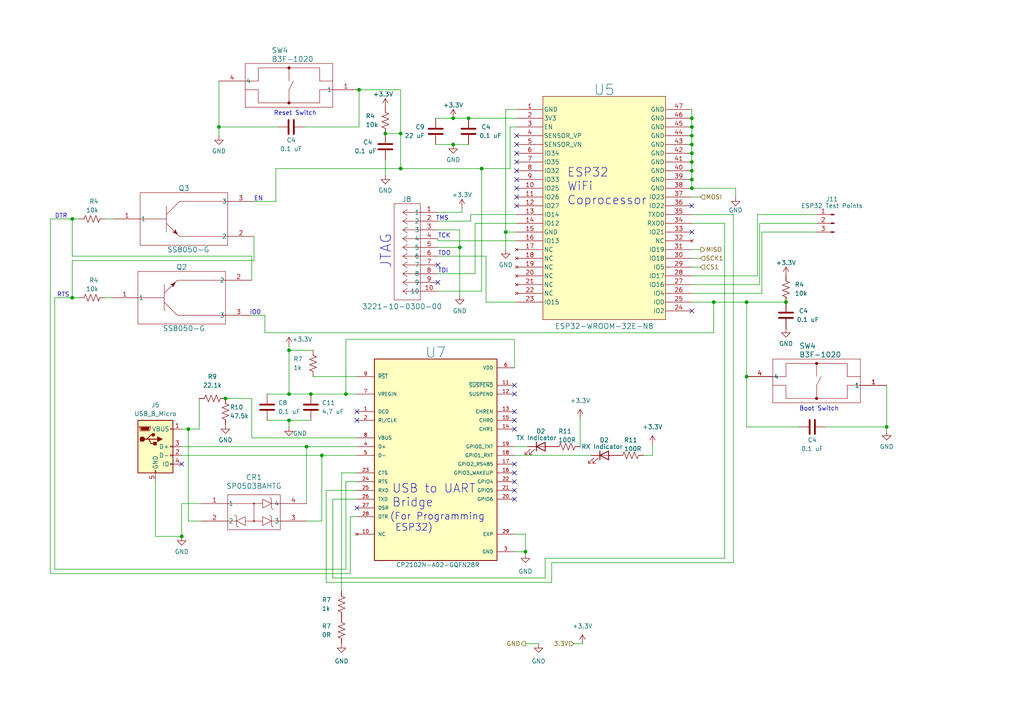
<source format=kicad_sch>
(kicad_sch (version 20230121) (generator eeschema)
  (paper "A4")
  (title_block (title "Smart Pot") (date "2023-10-29") (rev "0.1") (company "blame- satomm@stanford.edu") (comment 1 "Stanford, CA 94305-9505") (comment 2 "350 Jane Stanford Way") (comment 3 "Electrical Engineering Department") (comment 4 "EE 256 / Stanford University"))
  (lib_symbols
    (symbol "Connector:Conn_01x03_Pin" (pin_names (offset 1.016) hide)
      (property "Reference" "J" (at 0 5.08 0))
      (property "Value" "Conn_01x03_Pin" (at 0 -5.08 0))
      (symbol "Conn_01x03_Pin_1_1"
        (pin passive line (at 5.08 2.54 180) (length 3.81) (name "Pin_1") (number "1"))
        (pin passive line (at 5.08 0 180) (length 3.81) (name "Pin_2") (number "2"))
        (pin passive line (at 5.08 -2.54 180) (length 3.81) (name "Pin_3") (number "3"))
      )
    )
    (symbol "Connector:USB_B_Micro" (pin_names (offset 1.016))
      (property "Reference" "J5" (at 0 12.065 0))
      (property "Value" "USB_B_Micro" (at 0 9.525 0))
      (symbol "USB_B_Micro_1_1"
        (pin power_out line (at 7.62 5.08 180) (length 2.54) (name "VBUS") (number "1"))
        (pin bidirectional line (at 7.62 -2.54 180) (length 2.54) (name "D-") (number "2"))
        (pin bidirectional line (at 7.62 0 180) (length 2.54) (name "D+") (number "3"))
        (pin passive line (at 7.62 -5.08 180) (length 2.54) (name "ID") (number "4"))
        (pin passive line (at 0 -10.16 90) (length 2.54) (name "GND") (number "5"))
      )
    )
    (symbol "Device:C" (pin_numbers hide) (pin_names (offset 0.254))
      (property "Reference" "C" (at 0.635 2.54 0))
      (property "Value" "C" (at 0.635 -2.54 0))
      (symbol "C_1_1"
        (pin passive line (at 0 3.81 270) (length 2.794) (name "~") (number "1"))
        (pin passive line (at 0 -3.81 90) (length 2.794) (name "~") (number "2"))
      )
    )
    (symbol "Device:LED" (pin_numbers hide) (pin_names (offset 1.016) hide)
      (property "Reference" "D" (at 0 2.54 0))
      (property "Value" "LED" (at 0 -2.54 0))
      (symbol "LED_1_1"
        (pin passive line (at -3.81 0 0) (length 2.54) (name "K") (number "1"))
        (pin passive line (at 3.81 0 180) (length 2.54) (name "A") (number "2"))
      )
    )
    (symbol "Device:R_US" (pin_numbers hide) (pin_names (offset 0))
      (property "Reference" "R" (at 2.54 0 90))
      (property "Value" "R_US" (at -2.54 0 90))
      (symbol "R_US_1_1"
        (pin passive line (at 0 3.81 270) (length 1.27) (name "~") (number "1"))
        (pin passive line (at 0 -3.81 90) (length 1.27) (name "~") (number "2"))
      )
    )
    (symbol "Matts_Library:3221-10-0300-00" (pin_names (offset 0.254))
      (property "Reference" "J8" (at 13.97 -24.765 0))
      (property "Value" "3221-10-0300-00" (at -5.715 -27.305 0))
      (symbol "3221-10-0300-00_1_1"
        (pin passive line (at 0 0 0) (length 5.08) (name "1") (number "1"))
        (pin passive line (at 0 -22.86 0) (length 5.08) (name "10") (number "10"))
        (pin passive line (at 0 -2.54 0) (length 5.08) (name "2") (number "2"))
        (pin passive line (at 0 -5.08 0) (length 5.08) (name "3") (number "3"))
        (pin passive line (at 0 -7.62 0) (length 5.08) (name "4") (number "4"))
        (pin passive line (at 0 -10.16 0) (length 5.08) (name "5") (number "5"))
        (pin passive line (at 0 -12.7 0) (length 5.08) (name "6") (number "6"))
        (pin passive line (at 0 -15.24 0) (length 5.08) (name "7") (number "7"))
        (pin passive line (at 0 -17.78 0) (length 5.08) (name "8") (number "8"))
        (pin passive line (at 0 -20.32 0) (length 5.08) (name "9") (number "9"))
      )
      (symbol "3221-10-0300-00_1_2"
        (pin unspecified line (at 0 0 0) (length 5.08) (name "1") (number "1"))
        (pin unspecified line (at 0 -22.86 0) (length 5.08) (name "10") (number "10"))
        (pin unspecified line (at 0 -2.54 0) (length 5.08) (name "2") (number "2"))
        (pin unspecified line (at 0 -5.08 0) (length 5.08) (name "3") (number "3"))
        (pin unspecified line (at 0 -7.62 0) (length 5.08) (name "4") (number "4"))
        (pin unspecified line (at 0 -10.16 0) (length 5.08) (name "5") (number "5"))
        (pin unspecified line (at 0 -12.7 0) (length 5.08) (name "6") (number "6"))
        (pin unspecified line (at 0 -15.24 0) (length 5.08) (name "7") (number "7"))
        (pin unspecified line (at 0 -17.78 0) (length 5.08) (name "8") (number "8"))
        (pin unspecified line (at 0 -20.32 0) (length 5.08) (name "9") (number "9"))
      )
    )
    (symbol "Matts_Library:B3F-1020" (pin_names (offset 0.254))
      (property "Reference" "SW" (at 20.32 10.16 0))
      (property "Value" "B3F-1020" (at 20.32 7.62 0))
      (symbol "B3F-1020_1_1"
        (pin passive line (at 0 0 0) (length 7.62) (name "1") (number "1"))
        (pin passive line (at 40.64 -2.54 180) (length 7.62) (name "4") (number "4"))
      )
    )
    (symbol "Matts_Library:CP2102N-A02-GQFN28R" (pin_names (offset 1.016))
      (property "Reference" "U" (at -17.78 28.702 0))
      (property "Value" "CP2102N-A02-GQFN28R" (at -17.78 -33.02 0))
      (symbol "CP2102N-A02-GQFN28R_0_0"
        (pin input line (at -22.86 12.7 0) (length 5.08) (name "DCD") (number "1"))
        (pin no_connect line (at -22.86 -22.86 0) (length 5.08) (name "NC") (number "10"))
        (pin output line (at 22.86 20.32 180) (length 5.08) (name "~{SUSPEND}") (number "11"))
        (pin output line (at 22.86 17.78 180) (length 5.08) (name "SUSPEND") (number "12"))
        (pin output line (at 22.86 12.7 180) (length 5.08) (name "CHREN") (number "13"))
        (pin output line (at 22.86 7.62 180) (length 5.08) (name "CHR1") (number "14"))
        (pin output line (at 22.86 10.16 180) (length 5.08) (name "CHR0") (number "15"))
        (pin bidirectional line (at 22.86 -5.08 180) (length 5.08) (name "GPIO3_WAKEUP") (number "16"))
        (pin bidirectional line (at 22.86 -2.54 180) (length 5.08) (name "GPIO2_RS485") (number "17"))
        (pin bidirectional line (at 22.86 0 180) (length 5.08) (name "GPIO1_RXT") (number "18"))
        (pin bidirectional line (at 22.86 2.54 180) (length 5.08) (name "GPIO0_TXT") (number "19"))
        (pin bidirectional line (at -22.86 10.16 0) (length 5.08) (name "RI/CLK") (number "2"))
        (pin bidirectional line (at 22.86 -12.7 180) (length 5.08) (name "GPIO6") (number "20"))
        (pin bidirectional line (at 22.86 -10.16 180) (length 5.08) (name "GPIO5") (number "21"))
        (pin bidirectional line (at 22.86 -7.62 180) (length 5.08) (name "GPIO4") (number "22"))
        (pin input line (at -22.86 -5.08 0) (length 5.08) (name "CTS") (number "23"))
        (pin output line (at -22.86 -7.62 0) (length 5.08) (name "RTS") (number "24"))
        (pin input line (at -22.86 -10.16 0) (length 5.08) (name "RXD") (number "25"))
        (pin output line (at -22.86 -12.7 0) (length 5.08) (name "TXD") (number "26"))
        (pin input line (at -22.86 -15.24 0) (length 5.08) (name "DSR") (number "27"))
        (pin output line (at -22.86 -17.78 0) (length 5.08) (name "DTR") (number "28"))
        (pin power_in line (at 22.86 -22.86 180) (length 5.08) (name "EXP") (number "29"))
        (pin power_in line (at 22.86 -27.94 180) (length 5.08) (name "GND") (number "3"))
        (pin bidirectional line (at -22.86 2.54 0) (length 5.08) (name "D+") (number "4"))
        (pin bidirectional line (at -22.86 0 0) (length 5.08) (name "D-") (number "5"))
        (pin power_in line (at 22.86 25.4 180) (length 5.08) (name "VDD") (number "6"))
        (pin input line (at -22.86 17.78 0) (length 5.08) (name "VREGIN") (number "7"))
        (pin input line (at -22.86 5.08 0) (length 5.08) (name "VBUS") (number "8"))
        (pin input line (at -22.86 22.86 0) (length 5.08) (name "~{RST}") (number "9"))
      )
    )
    (symbol "Matts_Library:ESP32-WROOM-32E-N8" (pin_names (offset 0.254))
      (property "Reference" "U2" (at 25.4 8.89 0))
      (property "Value" "ESP32-WROOM-32E-N8" (at 25.4 6.35 0))
      (symbol "ESP32-WROOM-32E-N8_0_1"
        (pin bidirectional line (at 0 -22.86 0) (length 7.62) (name "IO25") (number "10"))
        (pin bidirectional line (at 0 -25.4 0) (length 7.62) (name "IO26") (number "11"))
        (pin bidirectional line (at 0 -27.94 0) (length 7.62) (name "IO27") (number "12"))
        (pin bidirectional line (at 0 -30.48 0) (length 7.62) (name "IO14") (number "13"))
        (pin bidirectional line (at 0 -33.02 0) (length 7.62) (name "IO12") (number "14"))
        (pin bidirectional line (at 0 -38.1 0) (length 7.62) (name "IO13") (number "16"))
        (pin no_connect line (at 0 -40.64 0) (length 7.62) (name "NC") (number "17"))
        (pin no_connect line (at 0 -43.18 0) (length 7.62) (name "NC") (number "18"))
        (pin no_connect line (at 0 -45.72 0) (length 7.62) (name "NC") (number "19"))
        (pin no_connect line (at 0 -48.26 0) (length 7.62) (name "NC") (number "20"))
        (pin no_connect line (at 0 -50.8 0) (length 7.62) (name "NC") (number "21"))
        (pin no_connect line (at 0 -53.34 0) (length 7.62) (name "NC") (number "22"))
        (pin bidirectional line (at 0 -55.88 0) (length 7.62) (name "IO15") (number "23"))
        (pin bidirectional line (at 50.8 -58.42 180) (length 7.62) (name "IO2") (number "24"))
        (pin bidirectional line (at 50.8 -55.88 180) (length 7.62) (name "IO0") (number "25"))
        (pin bidirectional line (at 50.8 -53.34 180) (length 7.62) (name "IO4") (number "26"))
        (pin bidirectional line (at 50.8 -50.8 180) (length 7.62) (name "IO16") (number "27"))
        (pin bidirectional line (at 50.8 -48.26 180) (length 7.62) (name "IO17") (number "28"))
        (pin bidirectional line (at 50.8 -45.72 180) (length 7.62) (name "IO5") (number "29"))
        (pin input line (at 0 -5.08 0) (length 7.62) (name "EN") (number "3"))
        (pin bidirectional line (at 50.8 -43.18 180) (length 7.62) (name "IO18") (number "30"))
        (pin bidirectional line (at 50.8 -40.64 180) (length 7.62) (name "IO19") (number "31"))
        (pin no_connect line (at 50.8 -38.1 180) (length 7.62) (name "NC") (number "32"))
        (pin bidirectional line (at 50.8 -35.56 180) (length 7.62) (name "IO21") (number "33"))
        (pin bidirectional line (at 50.8 -33.02 180) (length 7.62) (name "RXD0") (number "34"))
        (pin bidirectional line (at 50.8 -30.48 180) (length 7.62) (name "TXD0") (number "35"))
        (pin bidirectional line (at 50.8 -27.94 180) (length 7.62) (name "IO22") (number "36"))
        (pin bidirectional line (at 50.8 -25.4 180) (length 7.62) (name "IO23") (number "37"))
        (pin input line (at 0 -7.62 0) (length 7.62) (name "SENSOR_VP") (number "4"))
        (pin input line (at 0 -10.16 0) (length 7.62) (name "SENSOR_VN") (number "5"))
        (pin input line (at 0 -12.7 0) (length 7.62) (name "IO34") (number "6"))
        (pin input line (at 0 -15.24 0) (length 7.62) (name "IO35") (number "7"))
        (pin bidirectional line (at 0 -17.78 0) (length 7.62) (name "IO32") (number "8"))
        (pin bidirectional line (at 0 -20.32 0) (length 7.62) (name "IO33") (number "9"))
      )
      (symbol "ESP32-WROOM-32E-N8_1_1"
        (pin passive line (at 0 0 0) (length 7.62) (name "GND") (number "1"))
        (pin passive line (at 0 -35.56 0) (length 7.62) (name "GND") (number "15"))
        (pin passive line (at 0 -2.54 0) (length 7.62) (name "3V3") (number "2"))
        (pin passive line (at 50.8 -22.86 180) (length 7.62) (name "GND") (number "38"))
        (pin passive line (at 50.8 -20.32 180) (length 7.62) (name "GND") (number "39"))
        (pin passive line (at 50.8 -17.78 180) (length 7.62) (name "GND") (number "40"))
        (pin passive line (at 50.8 -15.24 180) (length 7.62) (name "GND") (number "41"))
        (pin passive line (at 50.8 -12.7 180) (length 7.62) (name "GND") (number "42"))
        (pin passive line (at 50.8 -10.16 180) (length 7.62) (name "GND") (number "43"))
        (pin passive line (at 50.8 -7.62 180) (length 7.62) (name "GND") (number "44"))
        (pin passive line (at 50.8 -5.08 180) (length 7.62) (name "GND") (number "45"))
        (pin passive line (at 50.8 -2.54 180) (length 7.62) (name "GND") (number "46"))
        (pin passive line (at 50.8 0 180) (length 7.62) (name "GND") (number "47"))
      )
    )
    (symbol "Matts_Library:SP0503BAHTG" (pin_names (offset 0.254))
      (property "Reference" "CR" (at 15.24 7.62 0))
      (property "Value" "SP0503BAHTG" (at 15.24 5.08 0))
      (symbol "SP0503BAHTG_1_1"
        (pin passive line (at 0 0 0) (length 7.62) (name "1") (number "1"))
        (pin passive line (at 0 -5.08 0) (length 7.62) (name "2") (number "2"))
        (pin passive line (at 30.48 -5.08 180) (length 7.62) (name "3") (number "3"))
        (pin passive line (at 30.48 0 180) (length 7.62) (name "4") (number "4"))
      )
    )
    (symbol "Matts_Library:SS8050-G" (pin_names (offset 0.254))
      (property "Reference" "Q2" (at 22.225 12.065 0))
      (property "Value" "SS8050-G" (at 22.225 9.525 0))
      (symbol "SS8050-G_1_1"
        (pin passive line (at 0 0 0) (length 7.62) (name "1") (number "1"))
        (pin passive line (at 40.64 -5.08 180) (length 7.62) (name "2") (number "2"))
        (pin passive line (at 40.64 5.08 180) (length 7.62) (name "3") (number "3"))
      )
    )
    (symbol "SS8050-G_1" (pin_names (offset 0.254))
      (property "Reference" "Q3" (at 20.32 12.7 0))
      (property "Value" "SS8050-G" (at 20.32 10.16 0))
      (symbol "SS8050-G_1_1_1"
        (pin passive line (at 0 0 0) (length 7.62) (name "1") (number "1"))
        (pin passive line (at 40.64 -5.08 180) (length 7.62) (name "2") (number "2"))
        (pin passive line (at 40.64 5.08 180) (length 7.62) (name "3") (number "3"))
      )
    )
    (symbol "power:+3.3V" (power) (pin_names (offset 0))
      (property "Value" "+3.3V" (at 0 3.556 0))
      (symbol "+3.3V_1_1"
        (pin power_in line (at 0 0 90) (length 0) hide (name "+3.3V") (number "1"))
      )
    )
    (symbol "power:GND" (power) (pin_names (offset 0))
      (property "Value" "GND" (at 0 -3.81 0))
      (symbol "GND_1_1"
        (pin power_in line (at 0 0 270) (length 0) hide (name "GND") (number "1"))
      )
    )
  )
  (junction (at 200.66 54.61))
  (junction (at 200.66 41.91))
  (junction (at 54.61 124.46))
  (junction (at 216.535 87.63))
  (junction (at 93.345 132.08))
  (junction (at 88.9 129.54))
  (junction (at 83.82 121.92))
  (junction (at 227.965 87.63))
  (junction (at 139.7 48.895))
  (junction (at 257.175 123.825))
  (junction (at 52.705 155.575))
  (junction (at 133.35 71.755))
  (junction (at 20.955 63.5))
  (junction (at 90.17 114.3))
  (junction (at 200.66 34.29))
  (junction (at 200.66 44.45))
  (junction (at 200.66 52.07))
  (junction (at 116.205 48.895))
  (junction (at 207.01 87.63))
  (junction (at 200.66 46.99))
  (junction (at 111.76 38.735))
  (junction (at 200.66 39.37))
  (junction (at 200.66 36.83))
  (junction (at 131.445 34.29))
  (junction (at 20.955 86.36))
  (junction (at 216.535 109.22))
  (junction (at 146.685 67.31))
  (junction (at 83.82 114.3))
  (junction (at 83.82 101.6))
  (junction (at 116.205 38.735))
  (junction (at 200.66 49.53))
  (junction (at 131.445 41.91))
  (junction (at 100.33 114.3))
  (junction (at 65.405 115.57))
  (junction (at 152.4 160.02))
  (junction (at 104.14 26.035))
  (junction (at 63.5 36.83))
  (junction (at 135.89 34.29))
  (no_connect (at 149.225 114.3))
  (no_connect (at 149.225 121.92))
  (no_connect (at 149.225 124.46))
  (no_connect (at 149.86 39.37))
  (no_connect (at 127 76.835))
  (no_connect (at 149.86 41.91))
  (no_connect (at 149.225 134.62))
  (no_connect (at 149.225 119.38))
  (no_connect (at 149.86 49.53))
  (no_connect (at 103.505 121.92))
  (no_connect (at 149.225 111.76))
  (no_connect (at 149.225 137.16))
  (no_connect (at 52.705 134.62))
  (no_connect (at 103.505 119.38))
  (no_connect (at 200.66 90.17))
  (no_connect (at 149.225 142.24))
  (no_connect (at 200.66 59.69))
  (no_connect (at 200.66 67.31))
  (no_connect (at 103.505 147.32))
  (no_connect (at 149.86 54.61))
  (no_connect (at 149.86 46.99))
  (no_connect (at 127 81.915))
  (no_connect (at 149.225 139.7))
  (no_connect (at 149.225 144.78))
  (no_connect (at 149.86 59.69))
  (no_connect (at 149.86 57.15))
  (no_connect (at 149.86 44.45))
  (no_connect (at 149.86 52.07))
  (wire (pts (xy 133.35 66.675) (xy 133.35 71.755)))
  (wire (pts (xy 257.175 123.825) (xy 239.395 123.825)))
  (wire (pts (xy 200.66 62.23) (xy 212.725 62.23)))
  (wire (pts (xy 200.66 74.93) (xy 203.2 74.93)))
  (wire (pts (xy 216.535 109.22) (xy 216.535 123.825)))
  (wire (pts (xy 189.23 132.08) (xy 189.23 128.905)))
  (wire (pts (xy 147.955 36.83) (xy 147.955 48.895)))
  (wire (pts (xy 216.535 87.63) (xy 227.965 87.63)))
  (wire (pts (xy 146.685 31.75) (xy 146.685 67.31)))
  (wire (pts (xy 220.345 82.55) (xy 200.66 82.55)))
  (wire (pts (xy 149.86 87.63) (xy 140.97 87.63)))
  (wire (pts (xy 80.645 36.83) (xy 63.5 36.83)))
  (wire (pts (xy 146.685 72.39) (xy 146.685 67.31)))
  (wire (pts (xy 257.175 123.825) (xy 257.175 125.095)))
  (wire (pts (xy 136.525 62.23) (xy 136.525 64.135)))
  (wire (pts (xy 127 71.755) (xy 133.35 71.755)))
  (wire (pts (xy 76.835 96.52) (xy 76.835 91.44)))
  (wire (pts (xy 100.33 165.1) (xy 15.875 165.1)))
  (wire (pts (xy 90.17 114.3) (xy 100.33 114.3)))
  (wire (pts (xy 104.14 26.035) (xy 116.205 26.035)))
  (wire (pts (xy 111.76 50.8) (xy 111.76 46.355)))
  (wire (pts (xy 220.98 85.09) (xy 200.66 85.09)))
  (wire (pts (xy 210.185 64.77) (xy 200.66 64.77)))
  (wire (pts (xy 101.6 166.37) (xy 14.605 166.37)))
  (wire (pts (xy 149.225 129.54) (xy 153.035 129.54)))
  (wire (pts (xy 133.985 60.325) (xy 133.985 61.595)))
  (wire (pts (xy 54.61 124.46) (xy 57.785 124.46)))
  (wire (pts (xy 186.69 132.08) (xy 189.23 132.08)))
  (wire (pts (xy 15.875 86.36) (xy 20.955 86.36)))
  (wire (pts (xy 219.71 80.01) (xy 200.66 80.01)))
  (wire (pts (xy 220.98 67.31) (xy 220.98 85.09)))
  (wire (pts (xy 236.855 67.31) (xy 220.98 67.31)))
  (wire (pts (xy 207.01 96.52) (xy 207.01 87.63)))
  (wire (pts (xy 83.82 101.6) (xy 90.805 101.6)))
  (wire (pts (xy 200.66 87.63) (xy 207.01 87.63)))
  (wire (pts (xy 200.66 31.75) (xy 200.66 34.29)))
  (wire (pts (xy 152.4 160.02) (xy 152.4 160.655)))
  (wire (pts (xy 73.025 81.28) (xy 73.025 74.295)))
  (wire (pts (xy 103.505 144.78) (xy 96.52 144.78)))
  (wire (pts (xy 200.66 52.07) (xy 200.66 54.61)))
  (wire (pts (xy 77.47 121.92) (xy 83.82 121.92)))
  (wire (pts (xy 212.725 163.195) (xy 160.02 163.195)))
  (wire (pts (xy 73.66 58.42) (xy 80.01 58.42)))
  (wire (pts (xy 127 84.455) (xy 139.7 84.455)))
  (wire (pts (xy 149.86 36.83) (xy 147.955 36.83)))
  (wire (pts (xy 73.025 127) (xy 73.025 115.57)))
  (wire (pts (xy 220.345 64.77) (xy 220.345 82.55)))
  (wire (pts (xy 200.66 49.53) (xy 200.66 52.07)))
  (wire (pts (xy 54.61 151.13) (xy 58.42 151.13)))
  (wire (pts (xy 168.275 121.285) (xy 168.275 129.54)))
  (wire (pts (xy 83.82 123.825) (xy 83.82 121.92)))
  (wire (pts (xy 52.705 146.05) (xy 58.42 146.05)))
  (wire (pts (xy 96.52 144.78) (xy 96.52 167.64)))
  (wire (pts (xy 30.48 63.5) (xy 33.02 63.5)))
  (wire (pts (xy 131.445 41.91) (xy 135.89 41.91)))
  (wire (pts (xy 54.61 124.46) (xy 52.705 124.46)))
  (wire (pts (xy 149.225 106.68) (xy 149.225 98.425)))
  (wire (pts (xy 88.9 151.13) (xy 93.345 151.13)))
  (wire (pts (xy 14.605 63.5) (xy 20.955 63.5)))
  (wire (pts (xy 103.505 127) (xy 73.025 127)))
  (wire (pts (xy 213.36 57.15) (xy 213.36 54.61)))
  (wire (pts (xy 73.66 68.58) (xy 73.66 75.565)))
  (wire (pts (xy 22.86 86.36) (xy 20.955 86.36)))
  (wire (pts (xy 137.795 79.375) (xy 127 79.375)))
  (wire (pts (xy 149.225 132.08) (xy 171.45 132.08)))
  (wire (pts (xy 127 74.295) (xy 140.97 74.295)))
  (wire (pts (xy 126.365 41.91) (xy 131.445 41.91)))
  (wire (pts (xy 15.875 165.1) (xy 15.875 86.36)))
  (wire (pts (xy 200.66 57.15) (xy 203.2 57.15)))
  (wire (pts (xy 73.025 74.295) (xy 20.955 74.295)))
  (wire (pts (xy 133.985 61.595) (xy 127 61.595)))
  (wire (pts (xy 96.52 167.64) (xy 158.115 167.64)))
  (wire (pts (xy 146.685 31.75) (xy 149.86 31.75)))
  (wire (pts (xy 111.76 38.735) (xy 116.205 38.735)))
  (wire (pts (xy 83.82 101.6) (xy 83.82 114.3)))
  (wire (pts (xy 94.615 142.24) (xy 103.505 142.24)))
  (wire (pts (xy 63.5 36.83) (xy 63.5 39.37)))
  (wire (pts (xy 101.6 149.86) (xy 101.6 166.37)))
  (wire (pts (xy 52.705 129.54) (xy 88.9 129.54)))
  (wire (pts (xy 73.025 115.57) (xy 65.405 115.57)))
  (wire (pts (xy 45.085 155.575) (xy 52.705 155.575)))
  (wire (pts (xy 76.835 91.44) (xy 73.025 91.44)))
  (wire (pts (xy 83.82 121.92) (xy 90.17 121.92)))
  (wire (pts (xy 116.205 38.735) (xy 116.205 48.895)))
  (wire (pts (xy 200.66 41.91) (xy 200.66 44.45)))
  (wire (pts (xy 104.14 36.83) (xy 88.265 36.83)))
  (wire (pts (xy 127 64.135) (xy 136.525 64.135)))
  (wire (pts (xy 216.535 123.825) (xy 231.775 123.825)))
  (wire (pts (xy 236.855 62.23) (xy 219.71 62.23)))
  (wire (pts (xy 200.66 44.45) (xy 200.66 46.99)))
  (wire (pts (xy 139.7 48.895) (xy 147.955 48.895)))
  (wire (pts (xy 83.82 114.3) (xy 90.17 114.3)))
  (wire (pts (xy 200.66 34.29) (xy 200.66 36.83)))
  (wire (pts (xy 30.48 86.36) (xy 32.385 86.36)))
  (wire (pts (xy 88.9 129.54) (xy 103.505 129.54)))
  (wire (pts (xy 152.4 186.69) (xy 156.21 186.69)))
  (wire (pts (xy 257.175 111.76) (xy 257.175 123.825)))
  (wire (pts (xy 158.115 167.64) (xy 158.115 161.925)))
  (wire (pts (xy 45.085 139.7) (xy 45.085 155.575)))
  (wire (pts (xy 212.725 62.23) (xy 212.725 163.195)))
  (wire (pts (xy 54.61 151.13) (xy 54.61 124.46)))
  (wire (pts (xy 63.5 23.495) (xy 63.5 36.83)))
  (wire (pts (xy 103.505 139.7) (xy 100.33 139.7)))
  (wire (pts (xy 100.33 114.3) (xy 103.505 114.3)))
  (wire (pts (xy 73.66 75.565) (xy 20.955 75.565)))
  (wire (pts (xy 83.82 100.33) (xy 83.82 101.6)))
  (wire (pts (xy 158.115 161.925) (xy 210.185 161.925)))
  (wire (pts (xy 200.66 72.39) (xy 203.2 72.39)))
  (wire (pts (xy 149.225 154.94) (xy 152.4 154.94)))
  (wire (pts (xy 100.33 98.425) (xy 100.33 114.3)))
  (wire (pts (xy 146.685 67.31) (xy 149.86 67.31)))
  (wire (pts (xy 20.955 74.295) (xy 20.955 63.5)))
  (wire (pts (xy 210.185 64.77) (xy 210.185 161.925)))
  (wire (pts (xy 160.02 163.195) (xy 160.02 168.91)))
  (wire (pts (xy 149.225 160.02) (xy 152.4 160.02)))
  (wire (pts (xy 207.01 87.63) (xy 216.535 87.63)))
  (wire (pts (xy 133.35 85.725) (xy 133.35 71.755)))
  (wire (pts (xy 80.01 58.42) (xy 80.01 48.895)))
  (wire (pts (xy 94.615 142.24) (xy 94.615 168.91)))
  (wire (pts (xy 52.705 146.05) (xy 52.705 155.575)))
  (wire (pts (xy 127 66.675) (xy 133.35 66.675)))
  (wire (pts (xy 22.86 63.5) (xy 20.955 63.5)))
  (wire (pts (xy 103.505 149.86) (xy 101.6 149.86)))
  (wire (pts (xy 137.795 64.77) (xy 149.86 64.77)))
  (wire (pts (xy 160.02 168.91) (xy 94.615 168.91)))
  (wire (pts (xy 216.535 87.63) (xy 216.535 109.22)))
  (wire (pts (xy 77.47 114.3) (xy 83.82 114.3)))
  (wire (pts (xy 200.66 36.83) (xy 200.66 39.37)))
  (wire (pts (xy 200.66 46.99) (xy 200.66 49.53)))
  (wire (pts (xy 131.445 34.29) (xy 126.365 34.29)))
  (wire (pts (xy 52.705 132.08) (xy 93.345 132.08)))
  (wire (pts (xy 20.955 75.565) (xy 20.955 86.36)))
  (wire (pts (xy 149.225 98.425) (xy 100.33 98.425)))
  (wire (pts (xy 76.835 96.52) (xy 207.01 96.52)))
  (wire (pts (xy 213.36 54.61) (xy 200.66 54.61)))
  (wire (pts (xy 93.345 132.08) (xy 103.505 132.08)))
  (wire (pts (xy 90.805 109.22) (xy 103.505 109.22)))
  (wire (pts (xy 139.7 84.455) (xy 139.7 48.895)))
  (wire (pts (xy 135.89 34.29) (xy 149.86 34.29)))
  (wire (pts (xy 80.01 48.895) (xy 116.205 48.895)))
  (wire (pts (xy 88.9 129.54) (xy 88.9 146.05)))
  (wire (pts (xy 99.06 137.16) (xy 99.06 171.45)))
  (wire (pts (xy 116.205 48.895) (xy 139.7 48.895)))
  (wire (pts (xy 200.66 39.37) (xy 200.66 41.91)))
  (wire (pts (xy 127 69.215) (xy 127 69.85)))
  (wire (pts (xy 136.525 62.23) (xy 149.86 62.23)))
  (wire (pts (xy 93.345 132.08) (xy 93.345 151.13)))
  (wire (pts (xy 14.605 166.37) (xy 14.605 63.5)))
  (wire (pts (xy 127 69.85) (xy 149.86 69.85)))
  (wire (pts (xy 200.66 77.47) (xy 203.2 77.47)))
  (wire (pts (xy 131.445 34.29) (xy 135.89 34.29)))
  (wire (pts (xy 166.37 186.69) (xy 168.91 186.69)))
  (wire (pts (xy 100.33 139.7) (xy 100.33 165.1)))
  (wire (pts (xy 116.205 26.035) (xy 116.205 38.735)))
  (wire (pts (xy 219.71 62.23) (xy 219.71 80.01)))
  (wire (pts (xy 220.345 64.77) (xy 236.855 64.77)))
  (wire (pts (xy 104.14 26.035) (xy 104.14 36.83)))
  (wire (pts (xy 103.505 137.16) (xy 99.06 137.16)))
  (wire (pts (xy 137.795 64.77) (xy 137.795 79.375)))
  (wire (pts (xy 140.97 87.63) (xy 140.97 74.295)))
  (wire (pts (xy 152.4 154.94) (xy 152.4 160.02)))
  (wire (pts (xy 57.785 124.46) (xy 57.785 115.57)))
  (text "(For Programming \n ESP32)" (at 113.03 154.305 0) (effects (font (size 2 2)) (justify left bottom)))
  (text "TMS" (at 126.365 64.135 0) (effects (font (size 1.27 1.27)) (justify left bottom)))
  (text "DTR" (at 15.875 63.5 0) (effects (font (size 1.27 1.27)) (justify left bottom)))
  (text "RTS" (at 16.51 86.36 0) (effects (font (size 1.27 1.27)) (justify left bottom)))
  (text "JTAG" (at 113.665 78.105 90) (effects (font (size 3 3)) (justify left bottom)))
  (text "Reset Switch" (at 79.375 33.655 0) (effects (font (size 1.27 1.27)) (justify left bottom)))
  (text "ESP32 \nWiFi\nCoprocessor" (at 164.465 59.69 0) (effects (font (size 2.5 2.5)) (justify left bottom)))
  (text "IO0" (at 72.39 91.44 0) (effects (font (size 1.27 1.27)) (justify left bottom)))
  (text "TCK" (at 127 69.215 0) (effects (font (size 1.27 1.27)) (justify left bottom)))
  (text "USB to UART \nBridge\n" (at 113.665 147.32 0) (effects (font (size 2.5 2.5)) (justify left bottom)))
  (text "Boot Switch" (at 231.775 119.38 0) (effects (font (size 1.27 1.27)) (justify left bottom)))
  (text "TDI" (at 127 79.375 0) (effects (font (size 1.27 1.27)) (justify left bottom)))
  (text "TDO" (at 127 74.295 0) (effects (font (size 1.27 1.27)) (justify left bottom)))
  (text "EN" (at 73.66 58.42 0) (effects (font (size 1.27 1.27)) (justify left bottom)))
  (hierarchical_label "MISO" (shape output) (at 203.2 72.39 0))
  (hierarchical_label "MOSI" (shape input) (at 203.2 57.15 0))
  (hierarchical_label "SCK1" (shape input) (at 203.2 74.93 0))
  (hierarchical_label "3.3V" (shape input) (at 166.37 186.69 180))
  (hierarchical_label "GND" (shape output) (at 152.4 186.69 180))
  (hierarchical_label "CS1" (shape input) (at 203.2 77.47 0))
  (symbol (lib_id "power:GND") (at 146.685 72.39 0) (unit 1)
    (property "Reference" "#PWR053" (effects hide))
    (property "Value" "GND" (at 146.685 76.835 0))
  )
  (symbol (lib_id "Matts_Library:B3F-1020") (at 257.175 111.76 180) (unit 1)
    (property "Reference" "SW4" (at 231.775 100.33 0) (effects (font (size 1.524 1.524)) (justify right)))
    (property "Value" "B3F-1020" (at 231.775 102.87 0) (effects (font (size 1.524 1.524)) (justify right)))
    (property "Footprint" "MattsLibrary:SW_B3F-1000_OMR" (effects hide))
    (property "Datasheet" "B3F-1020" (effects hide))
    (property "Description" "SWITCH TACTILE SPST-NO 0.05A 24V" (effects hide))
    (property "Mfr" "Omron Electronics Inc-EMC Div" (effects hide))
    (property "Mfr P/N" "B3F-1020" (effects hide))
    (property "Supplier 1" "DigiKey" (effects hide))
    (property "Supplier 1 P/N" "SW402-ND" (effects hide))
  )
  (symbol (lib_id "power:GND") (at 63.5 39.37 0) (unit 1)
    (property "Reference" "#PWR045" (effects hide))
    (property "Value" "GND" (at 63.5 43.815 0))
  )
  (symbol (lib_id "Matts_Library:3221-10-0300-00") (at 127 61.595 0) (mirror y) (unit 1)
    (property "Reference" "J8" (at 119.38 57.785 0) (effects (font (size 1.524 1.524)) (justify left)))
    (property "Value" "3221-10-0300-00" (at 128.27 88.9 0) (effects (font (size 1.524 1.524)) (justify left)))
    (property "Footprint" "MattsLibrary:JTAG__CONN10_3221-10-0300-00_CNC" (effects hide))
    (property "Datasheet" "http://www.cnctech.us/pdfs/3221-XX-0300-00_.pdf" (effects hide))
    (property "Description" "CONN HEADER SMD 10POS 1.27MM" (effects hide))
    (property "Mfr" "CNC Tech" (effects hide))
    (property "Mfr P/N" "3221-10-0300-00" (effects hide))
    (property "Supplier 1" "DigiKey" (effects hide))
    (property "Supplier 1 P/N" "1175-1735-ND" (effects hide))
  )
  (symbol (lib_id "Matts_Library:ESP32-WROOM-32E-N8") (at 149.86 31.75 0) (unit 1)
    (property "Reference" "U5" (at 175.26 26.035 0) (effects (font (size 3 3))))
    (property "Value" "ESP32-WROOM-32E-N8" (at 175.26 94.615 0) (effects (font (size 1.524 1.524))))
    (property "Footprint" "MattsLibrary:ESP32­WROOM­32E_EXP" (effects hide))
    (property "Datasheet" "https://www.espressif.com/sites/default/files/documentation/esp32-wroom-32e_esp32-wroom-32ue_datasheet_en.pdf" (effects hide))
    (property "Description" "RF TXRX MODULE BT PCB TRACE SMD" (effects hide))
    (property "Mfr" "Espressif Systems" (effects hide))
    (property "Mfr P/N" "ESP32-WROOM-32E-N8" (effects hide))
    (property "Supplier 1" "DigiKey" (effects hide))
    (property "Supplier 1 P/N" "1965-ESP32-WROOM-32E-N8CT-ND" (effects hide))
  )
  (symbol (lib_id "power:GND") (at 99.06 186.69 0) (unit 1)
    (property "Reference" "#PWR05" (effects hide))
    (property "Value" "GND" (at 99.06 191.77 0))
    (instances (project "Deliverable4_schematics" (path "" (reference "#PWR05") (unit 1)) (path "" (reference "#PWR048") (unit 1)) (path "" (reference "#PWR060") (unit 1))))
  )
  (symbol (lib_id "Device:LED") (at 175.26 132.08 0) (unit 1)
    (property "Reference" "D2" (at 175.26 127.635 0))
    (property "Value" "RX Indicator" (at 174.625 129.54 0))
    (property "Footprint" "LED_SMD:LED_0805_2012Metric_Pad1.15x1.40mm_HandSolder" (effects hide))
    (property "Datasheet" "https://www.we-online.com/katalog/datasheet/150080RS75000.pdf" (effects hide))
    (property "Description" "LED RED CLEAR 0805 SMD" (effects hide))
    (property "Mfr" "Würth Elektronik" (effects hide))
    (property "Mfr P/N" "150080RS75000" (effects hide))
    (property "Supplier 1" "DigiKey" (effects hide))
    (property "Supplier 1 P/N" "732-4984-1-ND" (effects hide))
    (instances (project "Deliverable4_schematics" (path "" (reference "D2") (unit 1)) (path "" (reference "D3") (unit 1)) (path "" (reference "D1") (unit 1))))
  )
  (symbol (lib_id "power:GND") (at 227.965 95.25 0) (unit 1)
    (property "Reference" "#PWR062" (effects hide))
    (property "Value" "GND" (at 227.965 99.695 0))
  )
  (symbol (lib_id "Device:R_US") (at 227.965 83.82 0) (unit 1)
    (property "Reference" "R4" (at 230.505 82.55 0) (effects (justify left)))
    (property "Value" "10k" (at 230.505 85.09 0) (effects (justify left)))
    (property "Footprint" "Resistor_SMD:R_0805_2012Metric_Pad1.20x1.40mm_HandSolder" (effects hide))
    (property "Datasheet" "https://www.seielect.com/catalog/sei-rmcf_rmcp.pdf" (effects hide))
    (property "Description" "RES 10K OHM 1% 1/8W 0805" (effects hide))
    (property "Mfr" "Stackpole Electronics Inc" (effects hide))
    (property "Mfr P/N" "RMCF0805FT10K0" (effects hide))
    (property "Supplier 1" "Digikey" (effects hide))
    (property "Supplier 1 P/N" "RMCF0805FT10K0CT-ND" (effects hide))
    (property "Supplier 2" "Digikey" (effects hide))
    (property "Supplier 2 P/N" "2019-RK73H2ATTD1002FCT-ND" (effects hide))
    (instances (project "Deliverable4_schematics" (path "" (reference "R4") (unit 1)) (path "" (reference "R18") (unit 1))))
  )
  (symbol (lib_id "Device:C") (at 227.965 91.44 0) (unit 1)
    (property "Reference" "C4" (at 233.045 90.17 0))
    (property "Value" "0.1 uF" (at 234.315 92.71 0))
    (property "Footprint" "Capacitor_SMD:C_0805_2012Metric_Pad1.18x1.45mm_HandSolder" (effects hide))
    (property "Datasheet" "https://mm.digikey.com/Volume0/opasdata/d220001/medias/docus/609/CL21B104KBCNNN_Spec.pdf" (effects hide))
    (property "Description" "CAP CER 0.1UF 50V X7R 0805" (effects hide))
    (property "Mfr" "Samsung Electro-Mechanics" (effects hide))
    (property "Mfr P/N" "CL21B104KBCNNNC" (effects hide))
    (property "Supplier 1" "DigiKey" (effects hide))
    (property "Supplier 1 P/N" "1276-1003-1-ND" (effects hide))
    (instances (project "Deliverable4_schematics" (path "" (reference "C4") (unit 1)) (path "" (reference "C16") (unit 1))))
  )
  (symbol (lib_id "power:+3.3V") (at 168.91 186.69 0) (unit 1)
    (property "Reference" "#PWR057" (effects hide))
    (property "Value" "+3.3V" (at 168.91 181.61 0))
  )
  (symbol (lib_id "Matts_Library:SP0503BAHTG") (at 58.42 146.05 0) (unit 1)
    (property "Reference" "CR1" (at 73.66 138.43 0) (effects (font (size 1.524 1.524))))
    (property "Value" "SP0503BAHTG" (at 73.66 140.97 0) (effects (font (size 1.524 1.524))))
    (property "Footprint" "MattsLibrary:TVS-SP05_LTF-M" (effects hide))
    (property "Datasheet" "https://www.littelfuse.com/~/media/electronics/datasheets/tvs_diode_arrays/littelfuse_tvs_diode_array_sp05_datasheet.pdf.pdf" (effects hide))
    (property "Description" "TVS DIODE 5.5VWM 8.5VC SOT143-4" (effects hide))
    (property "Mfr" "Littelfuse Inc." (effects hide))
    (property "Mfr P/N" "SP0503BAHTG" (effects hide))
    (property "Supplier 1" "DigiKey" (effects hide))
    (property "Supplier 1 P/N" "F2715CT-ND" (effects hide))
    (instances (project "Deliverable4_schematics" (path "" (reference "CR1") (unit 1)) (path "" (reference "CR2") (unit 1))))
  )
  (symbol (lib_id "Device:R_US") (at 99.06 182.88 0) (unit 1)
    (property "Reference" "R7" (at 93.345 181.61 0) (effects (justify left)))
    (property "Value" "0R" (at 93.345 184.15 0) (effects (justify left)))
    (property "Footprint" "Resistor_SMD:R_0805_2012Metric_Pad1.20x1.40mm_HandSolder" (effects hide))
    (property "Datasheet" "https://www.seielect.com/catalog/sei-rmcf_rmcp.pdf" (effects hide))
    (property "Description" "RES 0 OHM JUMPER 1/8W 0805" (effects hide))
    (property "Mfr" "Stackpole Electronics Inc" (effects hide))
    (property "Mfr P/N" "RMCF0805ZT0R00" (effects hide))
    (property "Supplier 1" "DigiKey" (effects hide))
    (property "Supplier 1 P/N" "RMCF0805ZT0R00CT-ND" (effects hide))
    (instances (project "Deliverable4_schematics" (path "" (reference "R7") (unit 1)) (path "" (reference "R13") (unit 1)) (path "" (reference "R15") (unit 1))))
  )
  (symbol (lib_id "power:GND") (at 152.4 160.655 0) (unit 1)
    (property "Reference" "#PWR05" (effects hide))
    (property "Value" "GND" (at 152.4 165.735 0))
    (instances (project "Deliverable4_schematics" (path "" (reference "#PWR05") (unit 1)) (path "" (reference "#PWR055") (unit 1)) (path "" (reference "#PWR015") (unit 1))))
  )
  (symbol (lib_id "power:GND") (at 133.35 85.725 0) (unit 1)
    (property "Reference" "#PWR075" (effects hide))
    (property "Value" "GND" (at 133.35 90.17 0))
  )
  (symbol (lib_id "power:GND") (at 83.82 123.825 0) (unit 1)
    (property "Reference" "#PWR047" (effects hide))
    (property "Value" "GND" (at 86.995 125.73 0))
    (instances (project "Deliverable4_schematics" (path "" (reference "#PWR047") (unit 1)) (path "" (reference "#PWR011") (unit 1))))
  )
  (symbol (lib_id "power:+3.3V") (at 131.445 34.29 0) (unit 1)
    (property "Reference" "#PWR051" (effects hide))
    (property "Value" "+3.3V" (at 131.445 30.48 0))
  )
  (symbol (lib_id "power:+3.3V") (at 168.275 121.285 0) (unit 1)
    (property "Reference" "#PWR058" (effects hide))
    (property "Value" "+3.3V" (at 168.275 116.205 0))
    (instances (project "Deliverable4_schematics" (path "" (reference "#PWR058") (unit 1)) (path "" (reference "#PWR036") (unit 1))))
  )
  (symbol (lib_id "Device:C") (at 126.365 38.1 180) (unit 1)
    (property "Reference" "C9" (at 123.19 36.83 0) (effects (justify left)))
    (property "Value" "22 uF" (at 123.19 39.37 0) (effects (justify left)))
    (property "Footprint" "Capacitor_SMD:C_0805_2012Metric_Pad1.18x1.45mm_HandSolder" (effects hide))
    (property "Datasheet" "https://www.samsungsem.com/error500.html" (effects hide))
    (property "Description" "CAP CER 22UF 6.3V X5R 0805" (effects hide))
    (property "Mfr" "Samsung Electro-Mechanics" (effects hide))
    (property "Mfr P/N" "CL21A226MQQNNNE" (effects hide))
    (property "Supplier 1" "DigiKey" (effects hide))
    (property "Supplier 1 P/N" "1276-1100-1-ND" (effects hide))
    (instances (project "Deliverable4_schematics" (path "" (reference "C9") (unit 1)) (path "" (reference "C14") (unit 1))))
  )
  (symbol (lib_id "power:GND") (at 213.36 57.15 0) (unit 1)
    (property "Reference" "#PWR060" (effects hide))
    (property "Value" "GND" (at 213.36 60.96 0))
  )
  (symbol (lib_id "Device:R_US") (at 90.805 105.41 0) (unit 1)
    (property "Reference" "R7" (at 85.09 104.14 0) (effects (justify left)))
    (property "Value" "1k" (at 85.09 106.68 0) (effects (justify left)))
    (property "Footprint" "Resistor_SMD:R_0805_2012Metric_Pad1.20x1.40mm_HandSolder" (effects hide))
    (property "Datasheet" "https://www.seielect.com/catalog/sei-rmcf_rmcp.pdf" (effects hide))
    (property "Description" "RES 1K OHM 1% 1/8W 0805" (effects hide))
    (property "Mfr" "Stackpole Electronics Inc" (effects hide))
    (property "Mfr P/N" "RMCF0805FT1K00" (effects hide))
    (property "Supplier 1" "DigiKey" (effects hide))
    (property "Supplier 1 P/N" "RMCF0805FT1K00CT-ND" (effects hide))
    (instances (project "Deliverable4_schematics" (path "" (reference "R7") (unit 1)) (path "" (reference "R11") (unit 1)) (path "" (reference "R8") (unit 1))))
  )
  (symbol (lib_id "power:GND") (at 257.175 125.095 0) (unit 1)
    (property "Reference" "#PWR063" (effects hide))
    (property "Value" "GND" (at 257.175 129.54 0))
  )
  (symbol (lib_id "Device:C") (at 77.47 118.11 0) (unit 1)
    (property "Reference" "C8" (at 80.645 116.84 0) (effects (justify left)))
    (property "Value" "0.1 uF" (at 80.645 119.38 0) (effects (justify left)))
    (property "Footprint" "Capacitor_SMD:C_0805_2012Metric_Pad1.18x1.45mm_HandSolder" (effects hide))
    (property "Datasheet" "https://mm.digikey.com/Volume0/opasdata/d220001/medias/docus/609/CL21B104KBCNNN_Spec.pdf" (effects hide))
    (property "Description" "CAP CER 0.1UF 50V X7R 0805" (effects hide))
    (property "Mfr" "Samsung Electro-Mechanics" (effects hide))
    (property "Mfr P/N" "CL21B104KBCNNNC" (effects hide))
    (property "Supplier 1" "DigiKey" (effects hide))
    (property "Supplier 1 P/N" "1276-1003-1-ND" (effects hide))
    (instances (project "Deliverable4_schematics" (path "" (reference "C8") (unit 1)) (path "" (reference "C10") (unit 1)) (path "" (reference "C8") (unit 1))))
  )
  (symbol (lib_id "power:GND") (at 52.705 155.575 0) (unit 1)
    (property "Reference" "#PWR043" (effects hide))
    (property "Value" "GND" (at 52.705 160.02 0))
    (instances (project "Deliverable4_schematics" (path "" (reference "#PWR043") (unit 1)) (path "" (reference "#PWR040") (unit 1))))
  )
  (symbol (lib_id "Device:R_US") (at 26.67 86.36 90) (unit 1)
    (property "Reference" "R4" (at 28.575 81.28 90) (effects (justify left)))
    (property "Value" "10k" (at 28.575 83.82 90) (effects (justify left)))
    (property "Footprint" "Resistor_SMD:R_0805_2012Metric_Pad1.20x1.40mm_HandSolder" (effects hide))
    (property "Datasheet" "https://www.seielect.com/catalog/sei-rmcf_rmcp.pdf" (effects hide))
    (property "Description" "RES 10K OHM 1% 1/8W 0805" (effects hide))
    (property "Mfr" "Stackpole Electronics Inc" (effects hide))
    (property "Mfr P/N" "RMCF0805FT10K0" (effects hide))
    (property "Supplier 1" "Digikey" (effects hide))
    (property "Supplier 1 P/N" "RMCF0805FT10K0CT-ND" (effects hide))
    (property "Supplier 2" "Digikey" (effects hide))
    (property "Supplier 2 P/N" "2019-RK73H2ATTD1002FCT-ND" (effects hide))
    (instances (project "Deliverable4_schematics" (path "" (reference "R4") (unit 1)) (path "" (reference "R8") (unit 1))))
  )
  (symbol (lib_id "power:+3.3V") (at 189.23 128.905 0) (unit 1)
    (property "Reference" "#PWR056" (effects hide))
    (property "Value" "+3.3V" (at 189.23 123.825 0))
    (instances (project "Deliverable4_schematics" (path "" (reference "#PWR056") (unit 1)) (path "" (reference "#PWR036") (unit 1))))
  )
  (symbol (lib_id "Device:C") (at 111.76 42.545 0) (unit 1)
    (property "Reference" "C4" (at 106.68 41.275 0))
    (property "Value" "0.1 uF" (at 106.045 43.815 0))
    (property "Footprint" "Capacitor_SMD:C_0805_2012Metric_Pad1.18x1.45mm_HandSolder" (effects hide))
    (property "Datasheet" "https://mm.digikey.com/Volume0/opasdata/d220001/medias/docus/609/CL21B104KBCNNN_Spec.pdf" (effects hide))
    (property "Description" "CAP CER 0.1UF 50V X7R 0805" (effects hide))
    (property "Mfr" "Samsung Electro-Mechanics" (effects hide))
    (property "Mfr P/N" "CL21B104KBCNNNC" (effects hide))
    (property "Supplier 1" "DigiKey" (effects hide))
    (property "Supplier 1 P/N" "1276-1003-1-ND" (effects hide))
    (instances (project "Deliverable4_schematics" (path "" (reference "C4") (unit 1)) (path "" (reference "C13") (unit 1))))
  )
  (symbol (lib_id "power:+3.3V") (at 83.82 100.33 0) (unit 1)
    (property "Reference" "#PWR046" (effects hide))
    (property "Value" "+3.3V" (at 87.63 98.425 0))
    (instances (project "Deliverable4_schematics" (path "" (reference "#PWR046") (unit 1)) (path "" (reference "#PWR05") (unit 1))))
  )
  (symbol (lib_id "Device:C") (at 84.455 36.83 90) (unit 1)
    (property "Reference" "C4" (at 84.455 40.64 90))
    (property "Value" "0.1 uF" (at 84.455 43.18 90))
    (property "Footprint" "Capacitor_SMD:C_0805_2012Metric_Pad1.18x1.45mm_HandSolder" (effects hide))
    (property "Datasheet" "https://mm.digikey.com/Volume0/opasdata/d220001/medias/docus/609/CL21B104KBCNNN_Spec.pdf" (effects hide))
    (property "Description" "CAP CER 0.1UF 50V X7R 0805" (effects hide))
    (property "Mfr" "Samsung Electro-Mechanics" (effects hide))
    (property "Mfr P/N" "CL21B104KBCNNNC" (effects hide))
    (property "Supplier 1" "DigiKey" (effects hide))
    (property "Supplier 1 P/N" "1276-1003-1-ND" (effects hide))
    (instances (project "Deliverable4_schematics" (path "" (reference "C4") (unit 1)) (path "" (reference "C11") (unit 1))))
  )
  (symbol (lib_id "power:+3.3V") (at 227.965 80.01 0) (unit 1)
    (property "Reference" "#PWR061" (effects hide))
    (property "Value" "+3.3V" (at 227.965 76.2 0))
  )
  (symbol (lib_id "power:+3.3V") (at 133.985 60.325 0) (unit 1)
    (property "Reference" "#PWR076" (effects hide))
    (property "Value" "+3.3V" (at 133.985 56.515 0))
  )
  (symbol (lib_id "Matts_Library:CP2102N-A02-GQFN28R") (at 126.365 132.08 0) (unit 1)
    (property "Reference" "U7" (at 126.365 102.235 0) (effects (font (size 3 3))))
    (property "Value" "CP2102N-A02-GQFN28R" (at 127 163.83 0))
    (property "Footprint" "MattsLibrary:CP2102-28__IC_CP2102N-A02-GQFN28R" (effects hide))
    (property "Datasheet" "https://www.silabs.com/documents/public/data-sheets/cp2102n-datasheet.pdf" (effects hide))
    (property "Description" "IC USB TO UART BRIDGE QFN28" (effects hide))
    (property "Mfr" "Silicon Labs" (effects hide))
    (property "Mfr P/N" "CP2102N-A02-GQFN28R" (effects hide))
    (property "Supplier 1" "DigiKey" (effects hide))
    (property "Supplier 1 P/N" "336-5890-1-ND" (effects hide))
    (instances (project "Deliverable4_schematics" (path "" (reference "U7") (unit 1)) (path "" (reference "U4") (unit 1))))
  )
  (symbol (lib_id "Matts_Library:B3F-1020") (at 104.14 26.035 180) (unit 1)
    (property "Reference" "SW4" (at 78.74 14.605 0) (effects (font (size 1.524 1.524)) (justify right)))
    (property "Value" "B3F-1020" (at 78.74 17.145 0) (effects (font (size 1.524 1.524)) (justify right)))
    (property "Footprint" "MattsLibrary:SW_B3F-1000_OMR" (effects hide))
    (property "Datasheet" "B3F-1020" (effects hide))
    (property "Description" "SWITCH TACTILE SPST-NO 0.05A 24V" (effects hide))
    (property "Mfr" "Omron Electronics Inc-EMC Div" (effects hide))
    (property "Mfr P/N" "B3F-1020" (effects hide))
    (property "Supplier 1" "DigiKey" (effects hide))
    (property "Supplier 1 P/N" "SW402-ND" (effects hide))
    (instances (project "Deliverable4_schematics" (path "" (reference "SW4") (unit 1)) (path "" (reference "SW3") (unit 1))))
  )
  (symbol (lib_id "Device:R_US") (at 61.595 115.57 90) (unit 1)
    (property "Reference" "R9" (at 61.595 109.22 90))
    (property "Value" "22.1k" (at 61.595 111.76 90))
    (property "Footprint" "Resistor_SMD:R_0805_2012Metric_Pad1.20x1.40mm_HandSolder" (effects hide))
    (property "Datasheet" "https://www.seielect.com/catalog/sei-rmcf_rmcp.pdf" (effects hide))
    (property "Description" "RES 22.1K OHM 1% 1/8W 0805" (effects hide))
    (property "Mfr" "Stackpole Electronics Inc" (effects hide))
    (property "Mfr P/N" "RMCF0805FT22K1" (effects hide))
    (property "Supplier 1" "DigiKey" (effects hide))
    (property "Supplier 1 P/N" "RMCF0805FT22K1CT-ND" (effects hide))
  )
  (symbol (lib_id "Matts_Library:SS8050-G") (at 32.385 86.36 0) (mirror x) (unit 1)
    (property "Reference" "Q2" (at 52.705 77.47 0) (effects (font (size 1.524 1.524))))
    (property "Value" "SS8050-G" (at 53.34 95.25 0) (effects (font (size 1.524 1.524))))
    (property "Footprint" "MattsLibrary:SS8050-G__TRAN_SS8050-G_CIP-L" (effects hide))
    (property "Datasheet" "https://www.comchiptech.com/admin/files/product/SS8050-G%20RevA181526.pdf" (effects hide))
    (property "Description" "TRANS NPN 25V 1.5A SOT23-3" (effects hide))
    (property "Mfr" "Comchip Technology" (effects hide))
    (property "Mfr P/N" "SS8050-G" (effects hide))
    (property "Supplier 1" "DigiKey" (effects hide))
    (property "Supplier 1 P/N" "641-1790-1-ND" (effects hide))
  )
  (symbol (lib_id "Device:R_US") (at 182.88 132.08 270) (unit 1)
    (property "Reference" "R11" (at 180.975 127.635 90) (effects (justify left)))
    (property "Value" "100R" (at 180.975 130.175 90) (effects (justify left)))
    (property "Footprint" "Resistor_SMD:R_0805_2012Metric_Pad1.20x1.40mm_HandSolder" (effects hide))
    (property "Datasheet" "https://mm.digikey.com/Volume0/opasdata/d220001/medias/docus/39/RC_Series_ds.pdf" (effects hide))
    (property "Description" "RES SMD 100 OHM 5% 1/8W 0805" (effects hide))
    (property "Mfr" "Samsung Electro-Mechanics" (effects hide))
    (property "Mfr P/N" "RC2012J101CS" (effects hide))
    (property "Supplier 1" "DigiKey" (effects hide))
    (property "Supplier 1 P/N" "1276-5508-1-ND" (effects hide))
    (instances (project "Deliverable4_schematics" (path "" (reference "R11") (unit 1)) (path "" (reference "R17") (unit 1)) (path "" (reference "R12") (unit 1))))
  )
  (symbol (lib_id "Device:R_US") (at 26.67 63.5 90) (unit 1)
    (property "Reference" "R4" (at 28.575 58.42 90) (effects (justify left)))
    (property "Value" "10k" (at 28.575 60.96 90) (effects (justify left)))
    (property "Footprint" "Resistor_SMD:R_0805_2012Metric_Pad1.20x1.40mm_HandSolder" (effects hide))
    (property "Datasheet" "https://www.seielect.com/catalog/sei-rmcf_rmcp.pdf" (effects hide))
    (property "Description" "RES 10K OHM 1% 1/8W 0805" (effects hide))
    (property "Mfr" "Stackpole Electronics Inc" (effects hide))
    (property "Mfr P/N" "RMCF0805FT10K0" (effects hide))
    (property "Supplier 1" "Digikey" (effects hide))
    (property "Supplier 1 P/N" "RMCF0805FT10K0CT-ND" (effects hide))
    (property "Supplier 2" "Digikey" (effects hide))
    (property "Supplier 2 P/N" "2019-RK73H2ATTD1002FCT-ND" (effects hide))
    (instances (project "Deliverable4_schematics" (path "" (reference "R4") (unit 1)) (path "" (reference "R7") (unit 1))))
  )
  (symbol (lib_id "Device:C") (at 135.89 38.1 0) (unit 1)
    (property "Reference" "C4" (at 140.97 36.83 0))
    (property "Value" "0.1 uF" (at 142.24 39.37 0))
    (property "Footprint" "Capacitor_SMD:C_0805_2012Metric_Pad1.18x1.45mm_HandSolder" (effects hide))
    (property "Datasheet" "https://mm.digikey.com/Volume0/opasdata/d220001/medias/docus/609/CL21B104KBCNNN_Spec.pdf" (effects hide))
    (property "Description" "CAP CER 0.1UF 50V X7R 0805" (effects hide))
    (property "Mfr" "Samsung Electro-Mechanics" (effects hide))
    (property "Mfr P/N" "CL21B104KBCNNNC" (effects hide))
    (property "Supplier 1" "DigiKey" (effects hide))
    (property "Supplier 1 P/N" "1276-1003-1-ND" (effects hide))
    (instances (project "Deliverable4_schematics" (path "" (reference "C4") (unit 1)) (path "" (reference "C15") (unit 1))))
  )
  (symbol (lib_id "Device:R_US") (at 164.465 129.54 270) (unit 1)
    (property "Reference" "R11" (at 161.925 125.095 90) (effects (justify left)))
    (property "Value" "100R" (at 161.925 127.635 90) (effects (justify left)))
    (property "Footprint" "Resistor_SMD:R_0805_2012Metric_Pad1.20x1.40mm_HandSolder" (effects hide))
    (property "Datasheet" "https://mm.digikey.com/Volume0/opasdata/d220001/medias/docus/39/RC_Series_ds.pdf" (effects hide))
    (property "Description" "RES SMD 100 OHM 5% 1/8W 0805" (effects hide))
    (property "Mfr" "Samsung Electro-Mechanics" (effects hide))
    (property "Mfr P/N" "RC2012J101CS" (effects hide))
    (property "Supplier 1" "DigiKey" (effects hide))
    (property "Supplier 1 P/N" "1276-5508-1-ND" (effects hide))
    (instances (project "Deliverable4_schematics" (path "" (reference "R11") (unit 1)) (path "" (reference "R16") (unit 1)) (path "" (reference "R11") (unit 1))))
  )
  (symbol (lib_id "Device:R_US") (at 99.06 175.26 0) (unit 1)
    (property "Reference" "R7" (at 93.345 173.99 0) (effects (justify left)))
    (property "Value" "1k" (at 93.345 176.53 0) (effects (justify left)))
    (property "Footprint" "Resistor_SMD:R_0805_2012Metric_Pad1.20x1.40mm_HandSolder" (effects hide))
    (property "Datasheet" "https://www.seielect.com/catalog/sei-rmcf_rmcp.pdf" (effects hide))
    (property "Description" "RES 1K OHM 1% 1/8W 0805" (effects hide))
    (property "Mfr" "Stackpole Electronics Inc" (effects hide))
    (property "Mfr P/N" "RMCF0805FT1K00" (effects hide))
    (property "Supplier 1" "DigiKey" (effects hide))
    (property "Supplier 1 P/N" "RMCF0805FT1K00CT-ND" (effects hide))
    (instances (project "Deliverable4_schematics" (path "" (reference "R7") (unit 1)) (path "" (reference "R12") (unit 1)) (path "" (reference "R14") (unit 1))))
  )
  (symbol (lib_id "power:GND") (at 111.76 50.8 0) (unit 1)
    (property "Reference" "#PWR050" (effects hide))
    (property "Value" "GND" (at 111.76 55.245 0))
  )
  (symbol (lib_id "power:+3.3V") (at 111.76 31.115 0) (unit 1)
    (property "Reference" "#PWR049" (effects hide))
    (property "Value" "+3.3V" (at 111.125 27.305 0))
  )
  (symbol (lib_name "SS8050-G_1") (lib_id "Matts_Library:SS8050-G") (at 33.02 63.5 0) (unit 1)
    (property "Reference" "Q3" (at 53.34 54.61 0) (effects (font (size 1.524 1.524))))
    (property "Value" "SS8050-G" (at 54.61 72.39 0) (effects (font (size 1.524 1.524))))
    (property "Footprint" "MattsLibrary:SS8050-G__TRAN_SS8050-G_CIP-L" (effects hide))
    (property "Datasheet" "https://www.comchiptech.com/admin/files/product/SS8050-G%20RevA181526.pdf" (effects hide))
    (property "Description" "TRANS NPN 25V 1.5A SOT23-3" (effects hide))
    (property "Mfr" "Comchip Technology" (effects hide))
    (property "Mfr P/N" "SS8050-G" (effects hide))
    (property "Supplier 1" "DigiKey" (effects hide))
    (property "Supplier 1 P/N" "641-1790-1-ND" (effects hide))
  )
  (symbol (lib_id "power:GND") (at 156.21 186.69 0) (unit 1)
    (property "Reference" "#PWR05" (effects hide))
    (property "Value" "GND" (at 156.21 191.77 0))
    (instances (project "Deliverable4_schematics" (path "" (reference "#PWR05") (unit 1)) (path "" (reference "#PWR054") (unit 1))))
  )
  (symbol (lib_id "power:GND") (at 131.445 41.91 0) (unit 1)
    (property "Reference" "#PWR052" (effects hide))
    (property "Value" "GND" (at 131.445 46.355 0))
  )
  (symbol (lib_id "Device:LED") (at 156.845 129.54 0) (unit 1)
    (property "Reference" "D2" (at 156.845 125.095 0))
    (property "Value" "TX Indicator" (at 155.575 127 0))
    (property "Footprint" "LED_SMD:LED_0805_2012Metric_Pad1.15x1.40mm_HandSolder" (effects hide))
    (property "Datasheet" "https://www.we-online.com/katalog/datasheet/150080RS75000.pdf" (effects hide))
    (property "Description" "LED RED CLEAR 0805 SMD" (effects hide))
    (property "Mfr" "Würth Elektronik" (effects hide))
    (property "Mfr P/N" "150080RS75000" (effects hide))
    (property "Supplier 1" "DigiKey" (effects hide))
    (property "Supplier 1 P/N" "732-4984-1-ND" (effects hide))
    (instances (project "Deliverable4_schematics" (path "" (reference "D2") (unit 1)) (path "" (reference "D2") (unit 1)) (path "" (reference "D1") (unit 1))))
  )
  (symbol (lib_id "Device:R_US") (at 65.405 119.38 180) (unit 1)
    (property "Reference" "R10" (at 66.675 118.11 0) (effects (justify right)))
    (property "Value" "47.5k" (at 66.675 120.65 0) (effects (justify right)))
    (property "Footprint" "Resistor_SMD:R_0805_2012Metric_Pad1.20x1.40mm_HandSolder" (effects hide))
    (property "Datasheet" "https://www.seielect.com/catalog/sei-rmcf_rmcp.pdf" (effects hide))
    (property "Description" "RES 47.5K OHM 1% 1/8W 0805" (effects hide))
    (property "Mfr" "Stackpole Electronics Inc" (effects hide))
    (property "Mfr P/N" "RMCF0805FT47K5" (effects hide))
    (property "Supplier 1" "DigiKey" (effects hide))
    (property "Supplier 1 P/N" "RMCF0805FT47K5CT-ND" (effects hide))
  )
  (symbol (lib_id "Connector:Conn_01x03_Pin") (at 241.935 64.77 0) (mirror y) (unit 1)
    (property "Reference" "J11" (at 241.3 57.785 0))
    (property "Value" "ESP32 Test Points" (at 241.3 59.69 0))
    (property "Footprint" "Connector_PinHeader_2.54mm:PinHeader_1x03_P2.54mm_Vertical" (effects hide))
    (property "Datasheet" "https://cdn.amphenol-cs.com/media/wysiwyg/files/drawing/10129378.pdf" (effects hide))
    (property "Description" "CONN HEADER VERT 10POS 2.54MM" (effects hide))
    (property "Mfr" "Amphenol ICC (FCI)" (effects hide))
    (property "Mfr P/N" "10129378-910001BLF" (effects hide))
    (property "Supplier 1" "DigiKey" (effects hide))
    (property "Supplier 1 P/N" "10129378-910001BLF-ND" (effects hide))
  )
  (symbol (lib_id "power:GND") (at 65.405 123.19 0) (unit 1)
    (property "Reference" "#PWR044" (effects hide))
    (property "Value" "GND" (at 65.405 127.635 0))
    (instances (project "Deliverable4_schematics" (path "" (reference "#PWR044") (unit 1)) (path "" (reference "#PWR046") (unit 1))))
  )
  (symbol (lib_id "Device:R_US") (at 111.76 34.925 0) (unit 1)
    (property "Reference" "R4" (at 106.045 33.655 0) (effects (justify left)))
    (property "Value" "10k" (at 106.045 36.195 0) (effects (justify left)))
    (property "Footprint" "Resistor_SMD:R_0805_2012Metric_Pad1.20x1.40mm_HandSolder" (effects hide))
    (property "Datasheet" "https://www.seielect.com/catalog/sei-rmcf_rmcp.pdf" (effects hide))
    (property "Description" "RES 10K OHM 1% 1/8W 0805" (effects hide))
    (property "Mfr" "Stackpole Electronics Inc" (effects hide))
    (property "Mfr P/N" "RMCF0805FT10K0" (effects hide))
    (property "Supplier 1" "Digikey" (effects hide))
    (property "Supplier 1 P/N" "RMCF0805FT10K0CT-ND" (effects hide))
    (property "Supplier 2" "Digikey" (effects hide))
    (property "Supplier 2 P/N" "2019-RK73H2ATTD1002FCT-ND" (effects hide))
    (instances (project "Deliverable4_schematics" (path "" (reference "R4") (unit 1)) (path "" (reference "R14") (unit 1))))
  )
  (symbol (lib_id "Device:C") (at 90.17 118.11 0) (unit 1)
    (property "Reference" "C11" (at 93.345 116.84 0) (effects (justify left)))
    (property "Value" "4.7 uF" (at 93.345 119.38 0) (effects (justify left)))
    (property "Footprint" "Capacitor_SMD:C_0805_2012Metric_Pad1.18x1.45mm_HandSolder" (effects hide))
    (property "Datasheet" "https://mm.digikey.com/Volume0/opasdata/d220001/medias/docus/609/CL21B104KBCNNN_Spec.pdf" (effects hide))
    (property "Description" "CAP CER 0.1UF 50V X7R 0805" (effects hide))
    (property "Mfr" "Samsung Electro-Mechanics" (effects hide))
    (property "Mfr P/N" "CL21B104KBCNNNC" (effects hide))
    (property "Supplier 1" "DigiKey" (effects hide))
    (property "Supplier 1 P/N" "1276-1003-1-ND" (effects hide))
    (instances (project "Deliverable4_schematics" (path "" (reference "C11") (unit 1)) (path "" (reference "C12") (unit 1)) (path "" (reference "C11") (unit 1))))
  )
  (symbol (lib_id "Device:C") (at 235.585 123.825 90) (unit 1)
    (property "Reference" "C4" (at 235.585 127.635 90))
    (property "Value" "0.1 uF" (at 235.585 130.175 90))
    (property "Footprint" "Capacitor_SMD:C_0805_2012Metric_Pad1.18x1.45mm_HandSolder" (effects hide))
    (property "Datasheet" "https://mm.digikey.com/Volume0/opasdata/d220001/medias/docus/609/CL21B104KBCNNN_Spec.pdf" (effects hide))
    (property "Description" "CAP CER 0.1UF 50V X7R 0805" (effects hide))
    (property "Mfr" "Samsung Electro-Mechanics" (effects hide))
    (property "Mfr P/N" "CL21B104KBCNNNC" (effects hide))
    (property "Supplier 1" "DigiKey" (effects hide))
    (property "Supplier 1 P/N" "1276-1003-1-ND" (effects hide))
    (instances (project "Deliverable4_schematics" (path "" (reference "C4") (unit 1)) (path "" (reference "C17") (unit 1))))
  )
  (symbol (lib_id "Connector:USB_B_Micro") (at 45.085 129.54 0) (unit 1)
    (property "Reference" "J5" (at 45.085 117.475 0))
    (property "Value" "USB_B_Micro" (at 45.085 120.015 0))
    (property "Footprint" "MattsLibrary:AMPHENOL_10118193-0001LF" (effects hide))
    (property "Datasheet" "https://cdn.amphenol-cs.com/media/wysiwyg/files/documentation/datasheet/inputoutput/io_usb_micro.pdf" (effects hide))
    (property "Description" "CONN RCPT USB2.0 MICRO B SMD R/A" (effects hide))
    (property "Mfr" "Amphenol ICC (FCI)" (effects hide))
    (property "Mfr P/N" "10118193-0001LF" (effects hide))
    (property "Supplier 1" "DigiKey" (effects hide))
    (property "Supplier 1 P/N" "609-4616-1-ND" (effects hide))
    (instances (project "Deliverable4_schematics" (path "" (reference "J5") (unit 1)) (path "" (reference "J7") (unit 1)) (path "" (reference "J9") (unit 1))))
  )
)
</source>
